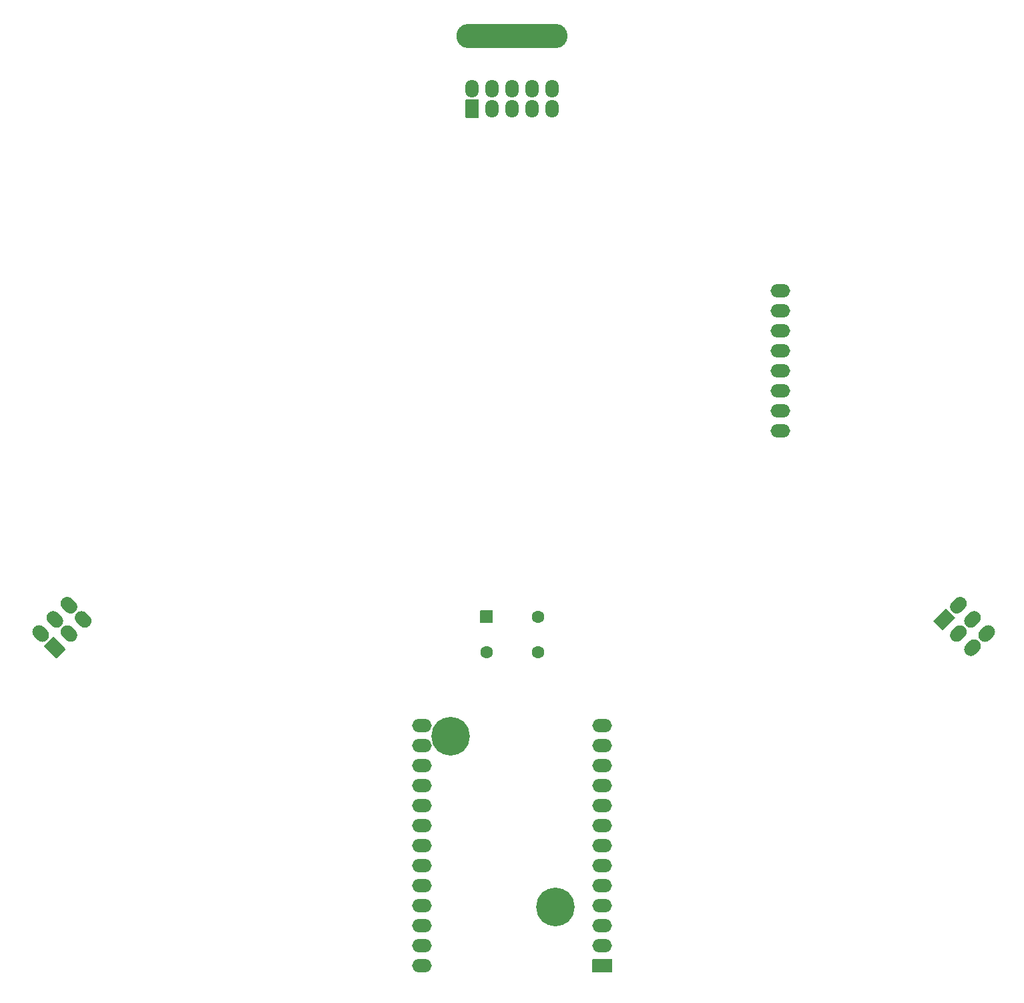
<source format=gbr>
%TF.GenerationSoftware,KiCad,Pcbnew,(5.1.10)-1*%
%TF.CreationDate,2021-11-10T10:02:11+11:00*%
%TF.ProjectId,swag-badge,73776167-2d62-4616-9467-652e6b696361,rev?*%
%TF.SameCoordinates,PX405f7e0PYfa3044a0*%
%TF.FileFunction,Soldermask,Top*%
%TF.FilePolarity,Negative*%
%FSLAX46Y46*%
G04 Gerber Fmt 4.6, Leading zero omitted, Abs format (unit mm)*
G04 Created by KiCad (PCBNEW (5.1.10)-1) date 2021-11-10 10:02:11*
%MOMM*%
%LPD*%
G01*
G04 APERTURE LIST*
%ADD10O,1.700000X2.300000*%
%ADD11O,2.500000X1.700000*%
%ADD12C,1.598000*%
%ADD13O,14.100000X3.100000*%
%ADD14C,4.900000*%
G04 APERTURE END LIST*
D10*
%TO.C,P1*%
X-72580000Y125770000D03*
G36*
G01*
X-71780000Y122080000D02*
X-73380000Y122080000D01*
G75*
G02*
X-73430000Y122130000I0J50000D01*
G01*
X-73430000Y124330000D01*
G75*
G02*
X-73380000Y124380000I50000J0D01*
G01*
X-71780000Y124380000D01*
G75*
G02*
X-71730000Y124330000I0J-50000D01*
G01*
X-71730000Y122130000D01*
G75*
G02*
X-71780000Y122080000I-50000J0D01*
G01*
G37*
X-70040000Y125770000D03*
X-67500000Y125770000D03*
X-64960000Y125770000D03*
X-62420000Y125770000D03*
X-62420000Y123230000D03*
X-64960000Y123230000D03*
X-67500000Y123230000D03*
X-70040000Y123230000D03*
%TD*%
%TO.C,P3*%
G36*
G01*
X-11711199Y59380904D02*
X-11711199Y59380904D01*
G75*
G02*
X-11711199Y60582986I601041J601041D01*
G01*
X-11286935Y61007250D01*
G75*
G02*
X-10084853Y61007250I601041J-601041D01*
G01*
X-10084853Y61007250D01*
G75*
G02*
X-10084853Y59805168I-601041J-601041D01*
G01*
X-10509117Y59380904D01*
G75*
G02*
X-11711199Y59380904I-601041J601041D01*
G01*
G37*
G36*
G01*
X-12941564Y57019168D02*
X-14072935Y58150539D01*
G75*
G02*
X-14072935Y58221249I35355J35355D01*
G01*
X-12517300Y59776884D01*
G75*
G02*
X-12446590Y59776884I35355J-35355D01*
G01*
X-11315219Y58645513D01*
G75*
G02*
X-11315219Y58574803I-35355J-35355D01*
G01*
X-12870854Y57019168D01*
G75*
G02*
X-12941564Y57019168I-35355J35355D01*
G01*
G37*
G36*
G01*
X-9915147Y57584853D02*
X-9915147Y57584853D01*
G75*
G02*
X-9915147Y58786935I601041J601041D01*
G01*
X-9490883Y59211199D01*
G75*
G02*
X-8288801Y59211199I601041J-601041D01*
G01*
X-8288801Y59211199D01*
G75*
G02*
X-8288801Y58009117I-601041J-601041D01*
G01*
X-8713065Y57584853D01*
G75*
G02*
X-9915147Y57584853I-601041J601041D01*
G01*
G37*
G36*
G01*
X-8119096Y55788801D02*
X-8119096Y55788801D01*
G75*
G02*
X-8119096Y56990883I601041J601041D01*
G01*
X-7694832Y57415147D01*
G75*
G02*
X-6492750Y57415147I601041J-601041D01*
G01*
X-6492750Y57415147D01*
G75*
G02*
X-6492750Y56213065I-601041J-601041D01*
G01*
X-6917014Y55788801D01*
G75*
G02*
X-8119096Y55788801I-601041J601041D01*
G01*
G37*
G36*
G01*
X-9915147Y53992750D02*
X-9915147Y53992750D01*
G75*
G02*
X-9915147Y55194832I601041J601041D01*
G01*
X-9490883Y55619096D01*
G75*
G02*
X-8288801Y55619096I601041J-601041D01*
G01*
X-8288801Y55619096D01*
G75*
G02*
X-8288801Y54417014I-601041J-601041D01*
G01*
X-8713065Y53992750D01*
G75*
G02*
X-9915147Y53992750I-601041J601041D01*
G01*
G37*
G36*
G01*
X-11711199Y55788801D02*
X-11711199Y55788801D01*
G75*
G02*
X-11711199Y56990883I601041J601041D01*
G01*
X-11286935Y57415147D01*
G75*
G02*
X-10084853Y57415147I601041J-601041D01*
G01*
X-10084853Y57415147D01*
G75*
G02*
X-10084853Y56213065I-601041J-601041D01*
G01*
X-10509117Y55788801D01*
G75*
G02*
X-11711199Y55788801I-601041J601041D01*
G01*
G37*
%TD*%
D11*
%TO.C,S1*%
X-33500000Y82340000D03*
X-33500000Y84880000D03*
X-33500000Y87420000D03*
X-33500000Y89960000D03*
X-33500000Y92500000D03*
X-33500000Y95040000D03*
X-33500000Y97580000D03*
X-33500000Y100120000D03*
%TD*%
%TO.C,P2*%
G36*
G01*
X-122888801Y55788801D02*
X-122888801Y55788801D01*
G75*
G02*
X-124090883Y55788801I-601041J601041D01*
G01*
X-124515147Y56213065D01*
G75*
G02*
X-124515147Y57415147I601041J601041D01*
G01*
X-124515147Y57415147D01*
G75*
G02*
X-123313065Y57415147I601041J-601041D01*
G01*
X-122888801Y56990883D01*
G75*
G02*
X-122888801Y55788801I-601041J-601041D01*
G01*
G37*
G36*
G01*
X-121092750Y57584853D02*
X-121092750Y57584853D01*
G75*
G02*
X-122294832Y57584853I-601041J601041D01*
G01*
X-122719096Y58009117D01*
G75*
G02*
X-122719096Y59211199I601041J601041D01*
G01*
X-122719096Y59211199D01*
G75*
G02*
X-121517014Y59211199I601041J-601041D01*
G01*
X-121092750Y58786935D01*
G75*
G02*
X-121092750Y57584853I-601041J-601041D01*
G01*
G37*
G36*
G01*
X-122888801Y59380904D02*
X-122888801Y59380904D01*
G75*
G02*
X-124090883Y59380904I-601041J601041D01*
G01*
X-124515147Y59805168D01*
G75*
G02*
X-124515147Y61007250I601041J601041D01*
G01*
X-124515147Y61007250D01*
G75*
G02*
X-123313065Y61007250I601041J-601041D01*
G01*
X-122888801Y60582986D01*
G75*
G02*
X-122888801Y59380904I-601041J-601041D01*
G01*
G37*
G36*
G01*
X-124684853Y57584853D02*
X-124684853Y57584853D01*
G75*
G02*
X-125886935Y57584853I-601041J601041D01*
G01*
X-126311199Y58009117D01*
G75*
G02*
X-126311199Y59211199I601041J601041D01*
G01*
X-126311199Y59211199D01*
G75*
G02*
X-125109117Y59211199I601041J-601041D01*
G01*
X-124684853Y58786935D01*
G75*
G02*
X-124684853Y57584853I-601041J-601041D01*
G01*
G37*
G36*
G01*
X-124119168Y54558436D02*
X-125250539Y53427065D01*
G75*
G02*
X-125321249Y53427065I-35355J35355D01*
G01*
X-126876884Y54982700D01*
G75*
G02*
X-126876884Y55053410I35355J35355D01*
G01*
X-125745513Y56184781D01*
G75*
G02*
X-125674803Y56184781I35355J-35355D01*
G01*
X-124119168Y54629146D01*
G75*
G02*
X-124119168Y54558436I-35355J-35355D01*
G01*
G37*
G36*
G01*
X-126480904Y55788801D02*
X-126480904Y55788801D01*
G75*
G02*
X-127682986Y55788801I-601041J601041D01*
G01*
X-128107250Y56213065D01*
G75*
G02*
X-128107250Y57415147I601041J601041D01*
G01*
X-128107250Y57415147D01*
G75*
G02*
X-126905168Y57415147I601041J-601041D01*
G01*
X-126480904Y56990883D01*
G75*
G02*
X-126480904Y55788801I-601041J-601041D01*
G01*
G37*
%TD*%
D12*
%TO.C,SW1*%
X-64250000Y58750000D03*
X-64250000Y54250000D03*
G36*
G01*
X-71549000Y58001000D02*
X-71549000Y59499000D01*
G75*
G02*
X-71499000Y59549000I50000J0D01*
G01*
X-70001000Y59549000D01*
G75*
G02*
X-69951000Y59499000I0J-50000D01*
G01*
X-69951000Y58001000D01*
G75*
G02*
X-70001000Y57951000I-50000J0D01*
G01*
X-71499000Y57951000D01*
G75*
G02*
X-71549000Y58001000I0J50000D01*
G01*
G37*
X-70750000Y54250000D03*
%TD*%
D13*
%TO.C,H5*%
X-67500000Y132500000D03*
%TD*%
D14*
%TO.C,J7*%
X-75300000Y43600000D03*
X-62000000Y21900000D03*
D11*
X-78930000Y44910000D03*
X-78930000Y42370000D03*
X-78930000Y39830000D03*
X-78930000Y37290000D03*
X-78930000Y34750000D03*
X-78930000Y32210000D03*
X-78930000Y29670000D03*
X-78930000Y27130000D03*
X-78930000Y24590000D03*
X-78930000Y22050000D03*
X-78930000Y19510000D03*
X-78930000Y16970000D03*
X-78930000Y14430000D03*
X-56070000Y44910000D03*
X-56070000Y42370000D03*
X-56070000Y39830000D03*
X-56070000Y37290000D03*
X-56070000Y34750000D03*
X-56070000Y32210000D03*
X-56070000Y29670000D03*
X-56070000Y27130000D03*
X-56070000Y24590000D03*
X-56070000Y22050000D03*
X-56070000Y19510000D03*
X-56070000Y16970000D03*
G36*
G01*
X-57320000Y13630000D02*
X-57320000Y15230000D01*
G75*
G02*
X-57270000Y15280000I50000J0D01*
G01*
X-54870000Y15280000D01*
G75*
G02*
X-54820000Y15230000I0J-50000D01*
G01*
X-54820000Y13630000D01*
G75*
G02*
X-54870000Y13580000I-50000J0D01*
G01*
X-57270000Y13580000D01*
G75*
G02*
X-57320000Y13630000I0J50000D01*
G01*
G37*
%TD*%
M02*

</source>
